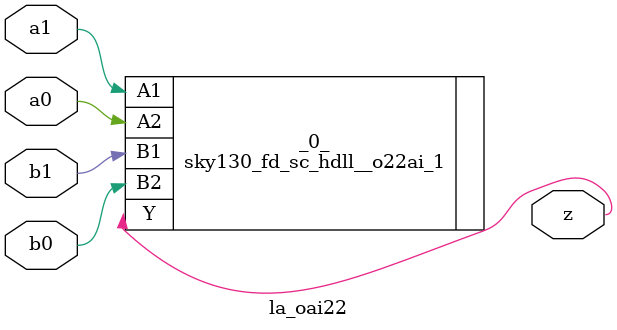
<source format=v>

/* Generated by Yosys 0.38+92 (git sha1 84116c9a3, x86_64-conda-linux-gnu-cc 11.2.0 -fvisibility-inlines-hidden -fmessage-length=0 -march=nocona -mtune=haswell -ftree-vectorize -fPIC -fstack-protector-strong -fno-plt -O2 -ffunction-sections -fdebug-prefix-map=/root/conda-eda/conda-eda/workdir/conda-env/conda-bld/yosys_1708682838165/work=/usr/local/src/conda/yosys-0.38_93_g84116c9a3 -fdebug-prefix-map=/user/projekt_pia/miniconda3/envs/sc=/usr/local/src/conda-prefix -fPIC -Os -fno-merge-constants) */

module la_oai22(a0, a1, b0, b1, z);
  input a0;
  wire a0;
  input a1;
  wire a1;
  input b0;
  wire b0;
  input b1;
  wire b1;
  output z;
  wire z;
  sky130_fd_sc_hdll__o22ai_1 _0_ (
    .A1(a1),
    .A2(a0),
    .B1(b1),
    .B2(b0),
    .Y(z)
  );
endmodule

</source>
